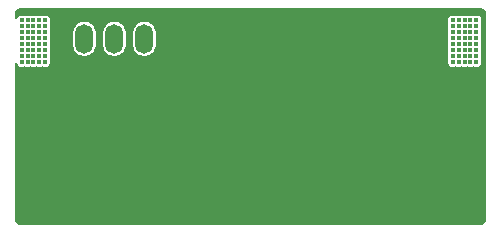
<source format=gbl>
G04 EasyEDA Pro v1.9.28, 2023-01-14 19:19:00*
G04 Gerber Generator version 0.3*%TF.GenerationSoftware,KiCad,Pcbnew,8.0.1*%
%TF.CreationDate,2024-10-05T18:53:12+08:00*%
%TF.ProjectId,TPS54331_EVA_Board,54505335-3433-4333-915f-4556415f426f,rev?*%
%TF.SameCoordinates,Original*%
%TF.FileFunction,Copper,L2,Bot*%
%TF.FilePolarity,Positive*%
%FSLAX46Y46*%
G04 Gerber Fmt 4.6, Leading zero omitted, Abs format (unit mm)*
G04 Created by KiCad (PCBNEW 8.0.1) date 2024-10-05 18:53:12*
%MOMM*%
%LPD*%
G01*
G04 APERTURE LIST*
%TA.AperFunction,ComponentPad*%
%ADD10O,1.500000X2.500000*%
%TD*%
%TA.AperFunction,ViaPad*%
%ADD11C,0.450000*%
%TD*%
G04 APERTURE END LIST*
D10*
%TO.P,S1,1,O*%
%TO.N,unconnected-(S1-O-Pad1)*%
X102490000Y-72850000D03*
%TO.P,S1,2,P*%
%TO.N,Net-(D1-A)*%
X99950000Y-72850000D03*
%TO.P,S1,3,S*%
%TO.N,VCC*%
X97410000Y-72850000D03*
%TD*%
D11*
%TO.N,GND*%
X130650000Y-86650000D03*
X92100000Y-84650000D03*
X130150000Y-86650000D03*
X93100000Y-84150000D03*
X130650000Y-84650000D03*
X130650000Y-84150000D03*
X110250000Y-78550000D03*
X124750000Y-74750000D03*
X128650000Y-87650000D03*
X109750000Y-80050000D03*
X109750000Y-79550000D03*
X93600000Y-86650000D03*
X119850000Y-84550000D03*
X119850000Y-85900000D03*
X92600000Y-86150000D03*
X130650000Y-85150000D03*
X124250000Y-74750000D03*
X128650000Y-84650000D03*
X130150000Y-86150000D03*
X129650000Y-87650000D03*
X110250000Y-79050000D03*
X130150000Y-87150000D03*
X109750000Y-79050000D03*
X92100000Y-87150000D03*
X93100000Y-85650000D03*
X119150000Y-85900000D03*
X92600000Y-84150000D03*
X129650000Y-87150000D03*
X130150000Y-87650000D03*
X92600000Y-87650000D03*
X94100000Y-87650000D03*
X108750000Y-78050000D03*
X119850000Y-85250000D03*
X92600000Y-85650000D03*
X129150000Y-85650000D03*
X129650000Y-84650000D03*
X128650000Y-87150000D03*
X93100000Y-87650000D03*
X130150000Y-85650000D03*
X129150000Y-84650000D03*
X92600000Y-85150000D03*
X128650000Y-86650000D03*
X129150000Y-85150000D03*
X94100000Y-85150000D03*
X109750000Y-78050000D03*
X93600000Y-85150000D03*
X125750000Y-75250000D03*
X125250000Y-74250000D03*
X93100000Y-86650000D03*
X130650000Y-86150000D03*
X125250000Y-74750000D03*
X108750000Y-80050000D03*
X130650000Y-87150000D03*
X93600000Y-86150000D03*
X119150000Y-85250000D03*
X129650000Y-84150000D03*
X125250000Y-75250000D03*
X108750000Y-79550000D03*
X109250000Y-78550000D03*
X109250000Y-80050000D03*
X93600000Y-87150000D03*
X118450000Y-85900000D03*
X110250000Y-80050000D03*
X124750000Y-75250000D03*
X119150000Y-84550000D03*
X124750000Y-73750000D03*
X92600000Y-86650000D03*
X92100000Y-85650000D03*
X130150000Y-84150000D03*
X124250000Y-74250000D03*
X93100000Y-87150000D03*
X125750000Y-74250000D03*
X129150000Y-86650000D03*
X93600000Y-87650000D03*
X125250000Y-73750000D03*
X108750000Y-78550000D03*
X123750000Y-73750000D03*
X125750000Y-73750000D03*
X109750000Y-78550000D03*
X92600000Y-87150000D03*
X92100000Y-86650000D03*
X94100000Y-84650000D03*
X124250000Y-75250000D03*
X93600000Y-84150000D03*
X93600000Y-84650000D03*
X130650000Y-87650000D03*
X123750000Y-74750000D03*
X118450000Y-84550000D03*
X94100000Y-86650000D03*
X94100000Y-84150000D03*
X129650000Y-86650000D03*
X124250000Y-73750000D03*
X109250000Y-78050000D03*
X92100000Y-86150000D03*
X130150000Y-85150000D03*
X92600000Y-84650000D03*
X93100000Y-85150000D03*
X94100000Y-86150000D03*
X123750000Y-74250000D03*
X93600000Y-85650000D03*
X118450000Y-85250000D03*
X94100000Y-85650000D03*
X92100000Y-85150000D03*
X128650000Y-86150000D03*
X130150000Y-84650000D03*
X129650000Y-86150000D03*
X92100000Y-87650000D03*
X109250000Y-79050000D03*
X110250000Y-79550000D03*
X93100000Y-86150000D03*
X125750000Y-74750000D03*
X129650000Y-85650000D03*
X124750000Y-74250000D03*
X130650000Y-85650000D03*
X93100000Y-84650000D03*
X129150000Y-84150000D03*
X110250000Y-78050000D03*
X128650000Y-84150000D03*
X94100000Y-87150000D03*
X129150000Y-87150000D03*
X129150000Y-87650000D03*
X128650000Y-85150000D03*
X108750000Y-79050000D03*
X129150000Y-86150000D03*
X128650000Y-85650000D03*
X123750000Y-75250000D03*
X109250000Y-79550000D03*
X92100000Y-84150000D03*
X129650000Y-85150000D03*
%TO.N,+5V*%
X128600000Y-72800000D03*
X128600000Y-73300000D03*
X128600000Y-73800000D03*
X130100000Y-74800000D03*
X129100000Y-73800000D03*
X130100000Y-71800000D03*
X130600000Y-74800000D03*
X130100000Y-71300000D03*
X129100000Y-71800000D03*
X129600000Y-73300000D03*
X129600000Y-71300000D03*
X130100000Y-73800000D03*
X130600000Y-72800000D03*
X130100000Y-74300000D03*
X129600000Y-74800000D03*
X129600000Y-72800000D03*
X129100000Y-74800000D03*
X130100000Y-72800000D03*
X128600000Y-74800000D03*
X129100000Y-72300000D03*
X130600000Y-71300000D03*
X129100000Y-71300000D03*
X129100000Y-73300000D03*
X129100000Y-72800000D03*
X130600000Y-72300000D03*
X128600000Y-71300000D03*
X130100000Y-72300000D03*
X130600000Y-74300000D03*
X128600000Y-74300000D03*
X128600000Y-72300000D03*
X129600000Y-73800000D03*
X130600000Y-73300000D03*
X130600000Y-71800000D03*
X129600000Y-74300000D03*
X129600000Y-72300000D03*
X129100000Y-74300000D03*
X130100000Y-73300000D03*
X130600000Y-73800000D03*
X128600000Y-71800000D03*
X129600000Y-71800000D03*
%TO.N,VCC*%
X93600000Y-71800000D03*
X94100000Y-74300000D03*
X94100000Y-72800000D03*
X92600000Y-71300000D03*
X94100000Y-71800000D03*
X94100000Y-73300000D03*
X92100000Y-72800000D03*
X93100000Y-73800000D03*
X93100000Y-71300000D03*
X92100000Y-71300000D03*
X92600000Y-71800000D03*
X93600000Y-73300000D03*
X92100000Y-74300000D03*
X92600000Y-74300000D03*
X92100000Y-74800000D03*
X94100000Y-74800000D03*
X93100000Y-74300000D03*
X92600000Y-74800000D03*
X93600000Y-72800000D03*
X94100000Y-72300000D03*
X92600000Y-73300000D03*
X92100000Y-71800000D03*
X93600000Y-73800000D03*
X93100000Y-73300000D03*
X93100000Y-72300000D03*
X93100000Y-71800000D03*
X92600000Y-72800000D03*
X94100000Y-73800000D03*
X92600000Y-72300000D03*
X93600000Y-72300000D03*
X93100000Y-74800000D03*
X92100000Y-72300000D03*
X92100000Y-73800000D03*
X92600000Y-73800000D03*
X93600000Y-74300000D03*
X93100000Y-72800000D03*
X93600000Y-74800000D03*
X92100000Y-73300000D03*
X94100000Y-71300000D03*
X93600000Y-71300000D03*
%TD*%
%TA.AperFunction,Conductor*%
%TO.N,GND*%
G36*
X130877004Y-70257608D02*
G01*
X130937334Y-70257607D01*
X130948417Y-70258228D01*
X131042960Y-70268881D01*
X131064573Y-70273814D01*
X131149092Y-70303388D01*
X131169066Y-70313007D01*
X131244881Y-70360644D01*
X131262214Y-70374466D01*
X131325533Y-70437785D01*
X131339355Y-70455118D01*
X131386992Y-70530933D01*
X131396611Y-70550907D01*
X131426185Y-70635426D01*
X131431118Y-70657039D01*
X131441770Y-70751581D01*
X131442392Y-70762665D01*
X131442392Y-70829017D01*
X131442421Y-70829480D01*
X131449497Y-88087312D01*
X131448875Y-88098437D01*
X131438047Y-88194545D01*
X131433113Y-88216159D01*
X131403015Y-88302174D01*
X131393397Y-88322147D01*
X131344911Y-88399313D01*
X131331089Y-88416646D01*
X131266646Y-88481089D01*
X131249313Y-88494911D01*
X131172147Y-88543397D01*
X131152174Y-88553015D01*
X131066159Y-88583113D01*
X131044544Y-88588047D01*
X130948416Y-88598877D01*
X130937333Y-88599499D01*
X130870942Y-88599499D01*
X130870926Y-88599500D01*
X92079074Y-88599500D01*
X92079058Y-88599499D01*
X92012666Y-88599499D01*
X92001583Y-88598877D01*
X91905455Y-88588047D01*
X91883840Y-88583113D01*
X91797825Y-88553015D01*
X91777852Y-88543397D01*
X91700686Y-88494911D01*
X91683353Y-88481089D01*
X91618910Y-88416646D01*
X91605088Y-88399313D01*
X91556602Y-88322147D01*
X91546984Y-88302174D01*
X91516886Y-88216159D01*
X91511952Y-88194545D01*
X91501124Y-88098437D01*
X91500502Y-88087312D01*
X91505773Y-75230804D01*
X91505874Y-74983529D01*
X91524805Y-74925348D01*
X91574320Y-74889405D01*
X91635505Y-74889430D01*
X91684991Y-74925414D01*
X91693083Y-74938626D01*
X91748766Y-75047910D01*
X91751472Y-75053220D01*
X91846780Y-75148528D01*
X91966874Y-75209719D01*
X92100000Y-75230804D01*
X92233126Y-75209719D01*
X92305055Y-75173068D01*
X92365486Y-75163497D01*
X92394943Y-75173068D01*
X92466874Y-75209719D01*
X92600000Y-75230804D01*
X92733126Y-75209719D01*
X92805055Y-75173068D01*
X92865486Y-75163497D01*
X92894943Y-75173068D01*
X92966874Y-75209719D01*
X93100000Y-75230804D01*
X93233126Y-75209719D01*
X93305055Y-75173068D01*
X93365486Y-75163497D01*
X93394943Y-75173068D01*
X93466874Y-75209719D01*
X93600000Y-75230804D01*
X93733126Y-75209719D01*
X93805055Y-75173068D01*
X93865486Y-75163497D01*
X93894943Y-75173068D01*
X93966874Y-75209719D01*
X94100000Y-75230804D01*
X94233126Y-75209719D01*
X94353220Y-75148528D01*
X94448528Y-75053220D01*
X94509719Y-74933126D01*
X94530804Y-74800000D01*
X128169196Y-74800000D01*
X128190281Y-74933127D01*
X128190282Y-74933129D01*
X128251470Y-75053217D01*
X128251472Y-75053220D01*
X128346780Y-75148528D01*
X128466874Y-75209719D01*
X128600000Y-75230804D01*
X128733126Y-75209719D01*
X128805055Y-75173068D01*
X128865486Y-75163497D01*
X128894943Y-75173068D01*
X128966874Y-75209719D01*
X129100000Y-75230804D01*
X129233126Y-75209719D01*
X129305055Y-75173068D01*
X129365486Y-75163497D01*
X129394943Y-75173068D01*
X129466874Y-75209719D01*
X129600000Y-75230804D01*
X129733126Y-75209719D01*
X129805055Y-75173068D01*
X129865486Y-75163497D01*
X129894943Y-75173068D01*
X129966874Y-75209719D01*
X130100000Y-75230804D01*
X130233126Y-75209719D01*
X130305055Y-75173068D01*
X130365486Y-75163497D01*
X130394943Y-75173068D01*
X130466874Y-75209719D01*
X130600000Y-75230804D01*
X130733126Y-75209719D01*
X130853220Y-75148528D01*
X130948528Y-75053220D01*
X131009719Y-74933126D01*
X131030804Y-74800000D01*
X131009719Y-74666874D01*
X130973068Y-74594944D01*
X130963497Y-74534514D01*
X130973069Y-74505054D01*
X131009719Y-74433126D01*
X131030804Y-74300000D01*
X131009719Y-74166874D01*
X130973068Y-74094944D01*
X130963497Y-74034514D01*
X130973069Y-74005054D01*
X130998109Y-73955911D01*
X131009719Y-73933126D01*
X131030804Y-73800000D01*
X131009719Y-73666874D01*
X130973068Y-73594944D01*
X130963497Y-73534514D01*
X130973069Y-73505054D01*
X131009719Y-73433126D01*
X131030804Y-73300000D01*
X131009719Y-73166874D01*
X130973068Y-73094944D01*
X130963497Y-73034514D01*
X130973069Y-73005054D01*
X131009719Y-72933126D01*
X131030804Y-72800000D01*
X131009719Y-72666874D01*
X130973068Y-72594944D01*
X130963497Y-72534514D01*
X130973069Y-72505054D01*
X131009719Y-72433126D01*
X131030804Y-72300000D01*
X131009719Y-72166874D01*
X130973068Y-72094944D01*
X130963497Y-72034514D01*
X130973069Y-72005054D01*
X131009719Y-71933126D01*
X131030804Y-71800000D01*
X131009719Y-71666874D01*
X130973068Y-71594944D01*
X130963497Y-71534514D01*
X130973069Y-71505054D01*
X131009719Y-71433126D01*
X131030804Y-71300000D01*
X131009719Y-71166874D01*
X130948528Y-71046780D01*
X130853220Y-70951472D01*
X130853217Y-70951470D01*
X130733129Y-70890282D01*
X130733127Y-70890281D01*
X130600000Y-70869196D01*
X130466874Y-70890281D01*
X130466869Y-70890282D01*
X130394944Y-70926930D01*
X130334512Y-70936501D01*
X130305056Y-70926930D01*
X130233130Y-70890282D01*
X130233126Y-70890281D01*
X130100000Y-70869196D01*
X129966874Y-70890281D01*
X129966869Y-70890282D01*
X129894944Y-70926930D01*
X129834512Y-70936501D01*
X129805056Y-70926930D01*
X129733130Y-70890282D01*
X129733126Y-70890281D01*
X129600000Y-70869196D01*
X129466874Y-70890281D01*
X129466869Y-70890282D01*
X129394944Y-70926930D01*
X129334512Y-70936501D01*
X129305056Y-70926930D01*
X129233130Y-70890282D01*
X129233126Y-70890281D01*
X129100000Y-70869196D01*
X128966874Y-70890281D01*
X128966869Y-70890282D01*
X128894944Y-70926930D01*
X128834512Y-70936501D01*
X128805056Y-70926930D01*
X128733130Y-70890282D01*
X128733126Y-70890281D01*
X128600000Y-70869196D01*
X128466872Y-70890281D01*
X128466870Y-70890282D01*
X128346782Y-70951470D01*
X128251470Y-71046782D01*
X128190282Y-71166870D01*
X128190281Y-71166872D01*
X128169196Y-71299999D01*
X128169196Y-71300000D01*
X128190281Y-71433125D01*
X128190282Y-71433130D01*
X128226930Y-71505056D01*
X128236501Y-71565488D01*
X128226930Y-71594944D01*
X128190282Y-71666869D01*
X128190281Y-71666874D01*
X128169196Y-71799999D01*
X128169196Y-71800000D01*
X128190281Y-71933125D01*
X128190282Y-71933130D01*
X128226930Y-72005056D01*
X128236501Y-72065488D01*
X128226930Y-72094944D01*
X128190282Y-72166869D01*
X128190281Y-72166874D01*
X128169196Y-72299999D01*
X128169196Y-72300000D01*
X128190281Y-72433125D01*
X128190282Y-72433130D01*
X128226930Y-72505056D01*
X128236501Y-72565488D01*
X128226930Y-72594944D01*
X128190282Y-72666869D01*
X128190281Y-72666874D01*
X128169196Y-72799999D01*
X128169196Y-72800000D01*
X128190281Y-72933125D01*
X128190282Y-72933130D01*
X128226930Y-73005056D01*
X128236501Y-73065488D01*
X128226930Y-73094944D01*
X128190282Y-73166869D01*
X128190281Y-73166874D01*
X128169196Y-73299999D01*
X128169196Y-73300000D01*
X128190281Y-73433125D01*
X128190282Y-73433130D01*
X128226930Y-73505056D01*
X128236501Y-73565488D01*
X128226930Y-73594944D01*
X128190282Y-73666869D01*
X128190281Y-73666874D01*
X128169196Y-73799999D01*
X128169196Y-73800000D01*
X128190281Y-73933125D01*
X128190282Y-73933130D01*
X128226930Y-74005056D01*
X128236501Y-74065488D01*
X128226930Y-74094944D01*
X128190282Y-74166869D01*
X128190281Y-74166874D01*
X128169196Y-74299999D01*
X128169196Y-74300000D01*
X128190281Y-74433125D01*
X128190282Y-74433130D01*
X128226930Y-74505056D01*
X128236501Y-74565488D01*
X128226930Y-74594944D01*
X128190282Y-74666869D01*
X128190281Y-74666874D01*
X128169196Y-74799999D01*
X128169196Y-74800000D01*
X94530804Y-74800000D01*
X94509719Y-74666874D01*
X94473068Y-74594944D01*
X94463497Y-74534514D01*
X94473069Y-74505054D01*
X94509719Y-74433126D01*
X94530804Y-74300000D01*
X94509719Y-74166874D01*
X94473068Y-74094944D01*
X94463497Y-74034514D01*
X94473069Y-74005054D01*
X94498109Y-73955911D01*
X94509719Y-73933126D01*
X94530804Y-73800000D01*
X94509719Y-73666874D01*
X94473068Y-73594944D01*
X94463497Y-73534514D01*
X94473069Y-73505054D01*
X94504373Y-73443618D01*
X96459500Y-73443618D01*
X96496026Y-73627249D01*
X96567677Y-73800229D01*
X96567681Y-73800238D01*
X96642065Y-73911559D01*
X96671698Y-73955908D01*
X96804092Y-74088302D01*
X96870463Y-74132649D01*
X96959761Y-74192318D01*
X96959767Y-74192320D01*
X96959769Y-74192322D01*
X97132749Y-74263973D01*
X97316384Y-74300500D01*
X97316385Y-74300500D01*
X97503615Y-74300500D01*
X97503616Y-74300500D01*
X97687251Y-74263973D01*
X97860231Y-74192322D01*
X97860234Y-74192319D01*
X97860238Y-74192318D01*
X97905187Y-74162282D01*
X98015908Y-74088302D01*
X98148302Y-73955908D01*
X98222282Y-73845187D01*
X98252318Y-73800238D01*
X98252319Y-73800234D01*
X98252322Y-73800231D01*
X98323973Y-73627251D01*
X98360500Y-73443618D01*
X98999500Y-73443618D01*
X99036026Y-73627249D01*
X99107677Y-73800229D01*
X99107681Y-73800238D01*
X99182065Y-73911559D01*
X99211698Y-73955908D01*
X99344092Y-74088302D01*
X99410463Y-74132649D01*
X99499761Y-74192318D01*
X99499767Y-74192320D01*
X99499769Y-74192322D01*
X99672749Y-74263973D01*
X99856384Y-74300500D01*
X99856385Y-74300500D01*
X100043615Y-74300500D01*
X100043616Y-74300500D01*
X100227251Y-74263973D01*
X100400231Y-74192322D01*
X100400234Y-74192319D01*
X100400238Y-74192318D01*
X100445187Y-74162282D01*
X100555908Y-74088302D01*
X100688302Y-73955908D01*
X100762282Y-73845187D01*
X100792318Y-73800238D01*
X100792319Y-73800234D01*
X100792322Y-73800231D01*
X100863973Y-73627251D01*
X100900500Y-73443618D01*
X101539500Y-73443618D01*
X101576026Y-73627249D01*
X101647677Y-73800229D01*
X101647681Y-73800238D01*
X101722065Y-73911559D01*
X101751698Y-73955908D01*
X101884092Y-74088302D01*
X101950463Y-74132649D01*
X102039761Y-74192318D01*
X102039767Y-74192320D01*
X102039769Y-74192322D01*
X102212749Y-74263973D01*
X102396384Y-74300500D01*
X102396385Y-74300500D01*
X102583615Y-74300500D01*
X102583616Y-74300500D01*
X102767251Y-74263973D01*
X102940231Y-74192322D01*
X102940234Y-74192319D01*
X102940238Y-74192318D01*
X102985187Y-74162282D01*
X103095908Y-74088302D01*
X103228302Y-73955908D01*
X103302282Y-73845187D01*
X103332318Y-73800238D01*
X103332319Y-73800234D01*
X103332322Y-73800231D01*
X103403973Y-73627251D01*
X103440500Y-73443616D01*
X103440500Y-72256384D01*
X103403973Y-72072749D01*
X103332322Y-71899769D01*
X103332320Y-71899767D01*
X103332318Y-71899761D01*
X103272649Y-71810463D01*
X103228302Y-71744092D01*
X103095908Y-71611698D01*
X103026750Y-71565488D01*
X102940238Y-71507681D01*
X102940229Y-71507677D01*
X102767249Y-71436026D01*
X102583618Y-71399500D01*
X102583616Y-71399500D01*
X102396384Y-71399500D01*
X102396381Y-71399500D01*
X102212750Y-71436026D01*
X102039770Y-71507677D01*
X102039761Y-71507681D01*
X101884092Y-71611698D01*
X101884088Y-71611701D01*
X101751701Y-71744088D01*
X101751698Y-71744092D01*
X101647681Y-71899761D01*
X101647677Y-71899770D01*
X101576026Y-72072750D01*
X101539500Y-72256381D01*
X101539500Y-73443618D01*
X100900500Y-73443618D01*
X100900500Y-73443616D01*
X100900500Y-72256384D01*
X100863973Y-72072749D01*
X100792322Y-71899769D01*
X100792320Y-71899767D01*
X100792318Y-71899761D01*
X100732649Y-71810463D01*
X100688302Y-71744092D01*
X100555908Y-71611698D01*
X100486750Y-71565488D01*
X100400238Y-71507681D01*
X100400229Y-71507677D01*
X100227249Y-71436026D01*
X100043618Y-71399500D01*
X100043616Y-71399500D01*
X99856384Y-71399500D01*
X99856381Y-71399500D01*
X99672750Y-71436026D01*
X99499770Y-71507677D01*
X99499761Y-71507681D01*
X99344092Y-71611698D01*
X99344088Y-71611701D01*
X99211701Y-71744088D01*
X99211698Y-71744092D01*
X99107681Y-71899761D01*
X99107677Y-71899770D01*
X99036026Y-72072750D01*
X98999500Y-72256381D01*
X98999500Y-73443618D01*
X98360500Y-73443618D01*
X98360500Y-73443616D01*
X98360500Y-72256384D01*
X98323973Y-72072749D01*
X98252322Y-71899769D01*
X98252320Y-71899767D01*
X98252318Y-71899761D01*
X98192649Y-71810463D01*
X98148302Y-71744092D01*
X98015908Y-71611698D01*
X97946750Y-71565488D01*
X97860238Y-71507681D01*
X97860229Y-71507677D01*
X97687249Y-71436026D01*
X97503618Y-71399500D01*
X97503616Y-71399500D01*
X97316384Y-71399500D01*
X97316381Y-71399500D01*
X97132750Y-71436026D01*
X96959770Y-71507677D01*
X96959761Y-71507681D01*
X96804092Y-71611698D01*
X96804088Y-71611701D01*
X96671701Y-71744088D01*
X96671698Y-71744092D01*
X96567681Y-71899761D01*
X96567677Y-71899770D01*
X96496026Y-72072750D01*
X96459500Y-72256381D01*
X96459500Y-73443618D01*
X94504373Y-73443618D01*
X94509719Y-73433126D01*
X94530804Y-73300000D01*
X94509719Y-73166874D01*
X94473068Y-73094944D01*
X94463497Y-73034514D01*
X94473069Y-73005054D01*
X94509719Y-72933126D01*
X94530804Y-72800000D01*
X94509719Y-72666874D01*
X94473068Y-72594944D01*
X94463497Y-72534514D01*
X94473069Y-72505054D01*
X94509719Y-72433126D01*
X94530804Y-72300000D01*
X94509719Y-72166874D01*
X94473068Y-72094944D01*
X94463497Y-72034514D01*
X94473069Y-72005054D01*
X94509719Y-71933126D01*
X94530804Y-71800000D01*
X94509719Y-71666874D01*
X94473068Y-71594944D01*
X94463497Y-71534514D01*
X94473069Y-71505054D01*
X94509719Y-71433126D01*
X94530804Y-71300000D01*
X94509719Y-71166874D01*
X94448528Y-71046780D01*
X94353220Y-70951472D01*
X94353217Y-70951470D01*
X94233129Y-70890282D01*
X94233127Y-70890281D01*
X94100000Y-70869196D01*
X93966874Y-70890281D01*
X93966869Y-70890282D01*
X93894944Y-70926930D01*
X93834512Y-70936501D01*
X93805056Y-70926930D01*
X93733130Y-70890282D01*
X93733126Y-70890281D01*
X93600000Y-70869196D01*
X93466874Y-70890281D01*
X93466869Y-70890282D01*
X93394944Y-70926930D01*
X93334512Y-70936501D01*
X93305056Y-70926930D01*
X93233130Y-70890282D01*
X93233126Y-70890281D01*
X93100000Y-70869196D01*
X92966874Y-70890281D01*
X92966869Y-70890282D01*
X92894944Y-70926930D01*
X92834512Y-70936501D01*
X92805056Y-70926930D01*
X92733130Y-70890282D01*
X92733126Y-70890281D01*
X92600000Y-70869196D01*
X92466874Y-70890281D01*
X92466869Y-70890282D01*
X92394944Y-70926930D01*
X92334512Y-70936501D01*
X92305056Y-70926930D01*
X92233130Y-70890282D01*
X92233126Y-70890281D01*
X92100000Y-70869196D01*
X91966872Y-70890281D01*
X91966870Y-70890282D01*
X91846782Y-70951470D01*
X91751471Y-71046781D01*
X91694670Y-71158259D01*
X91651405Y-71201523D01*
X91590973Y-71211094D01*
X91536457Y-71183316D01*
X91508680Y-71128799D01*
X91507461Y-71113273D01*
X91507528Y-70949831D01*
X91507577Y-70829700D01*
X91507607Y-70829240D01*
X91507607Y-70822999D01*
X91507608Y-70822996D01*
X91507607Y-70762664D01*
X91508229Y-70751581D01*
X91518881Y-70657039D01*
X91523814Y-70635426D01*
X91553388Y-70550907D01*
X91563007Y-70530933D01*
X91610647Y-70455113D01*
X91624462Y-70437789D01*
X91687789Y-70374462D01*
X91705113Y-70360647D01*
X91780934Y-70313006D01*
X91800907Y-70303388D01*
X91885427Y-70273813D01*
X91907037Y-70268881D01*
X92001583Y-70258228D01*
X92012664Y-70257607D01*
X92072996Y-70257608D01*
X92073000Y-70257607D01*
X130877000Y-70257607D01*
X130877004Y-70257608D01*
G37*
%TD.AperFunction*%
%TD*%
M02*

</source>
